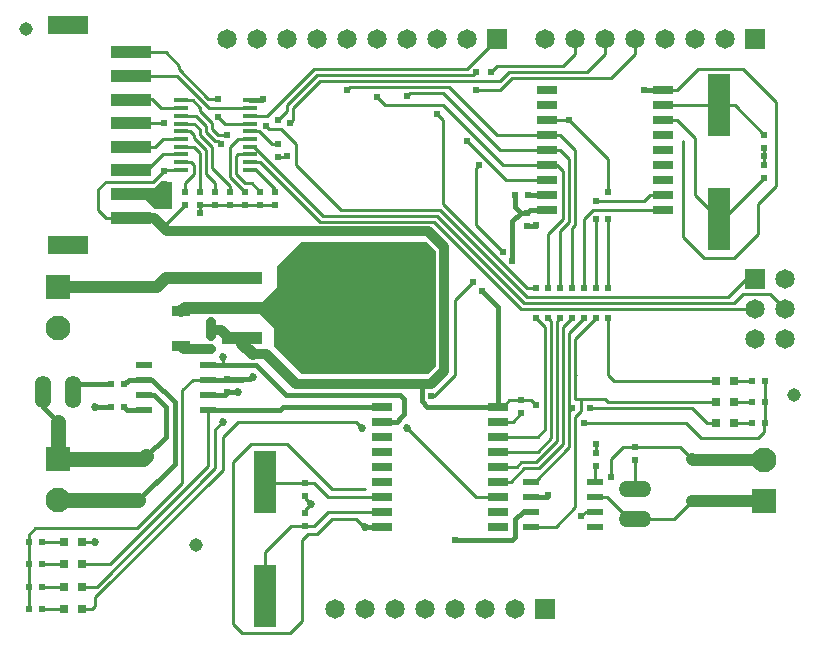
<source format=gbr>
%TF.GenerationSoftware,KiCad,Pcbnew,7.0.7*%
%TF.CreationDate,2023-09-23T12:37:50-04:00*%
%TF.ProjectId,gateway_r0,67617465-7761-4795-9f72-302e6b696361,rev?*%
%TF.SameCoordinates,Original*%
%TF.FileFunction,Copper,L1,Top*%
%TF.FilePolarity,Positive*%
%FSLAX46Y46*%
G04 Gerber Fmt 4.6, Leading zero omitted, Abs format (unit mm)*
G04 Created by KiCad (PCBNEW 7.0.7) date 2023-09-23 12:37:50*
%MOMM*%
%LPD*%
G01*
G04 APERTURE LIST*
G04 Aperture macros list*
%AMRoundRect*
0 Rectangle with rounded corners*
0 $1 Rounding radius*
0 $2 $3 $4 $5 $6 $7 $8 $9 X,Y pos of 4 corners*
0 Add a 4 corners polygon primitive as box body*
4,1,4,$2,$3,$4,$5,$6,$7,$8,$9,$2,$3,0*
0 Add four circle primitives for the rounded corners*
1,1,$1+$1,$2,$3*
1,1,$1+$1,$4,$5*
1,1,$1+$1,$6,$7*
1,1,$1+$1,$8,$9*
0 Add four rect primitives between the rounded corners*
20,1,$1+$1,$2,$3,$4,$5,0*
20,1,$1+$1,$4,$5,$6,$7,0*
20,1,$1+$1,$6,$7,$8,$9,0*
20,1,$1+$1,$8,$9,$2,$3,0*%
G04 Aperture macros list end*
%TA.AperFunction,SMDPad,CuDef*%
%ADD10RoundRect,0.571500X0.000000X0.000000X0.000000X0.000000X0.000000X0.000000X0.000000X0.000000X0*%
%TD*%
%TA.AperFunction,SMDPad,CuDef*%
%ADD11R,0.600000X0.500000*%
%TD*%
%TA.AperFunction,SMDPad,CuDef*%
%ADD12R,0.500000X0.600000*%
%TD*%
%TA.AperFunction,SMDPad,CuDef*%
%ADD13R,0.800000X0.800000*%
%TD*%
%TA.AperFunction,SMDPad,CuDef*%
%ADD14R,1.930400X5.334000*%
%TD*%
%TA.AperFunction,SMDPad,CuDef*%
%ADD15R,1.200000X0.400000*%
%TD*%
%TA.AperFunction,ComponentPad*%
%ADD16O,2.743200X1.371600*%
%TD*%
%TA.AperFunction,SMDPad,CuDef*%
%ADD17R,1.400000X0.600000*%
%TD*%
%TA.AperFunction,SMDPad,CuDef*%
%ADD18R,1.778000X0.762000*%
%TD*%
%TA.AperFunction,ComponentPad*%
%ADD19R,1.651000X1.651000*%
%TD*%
%TA.AperFunction,ComponentPad*%
%ADD20C,1.651000*%
%TD*%
%TA.AperFunction,ComponentPad*%
%ADD21R,2.100000X2.100000*%
%TD*%
%TA.AperFunction,ComponentPad*%
%ADD22C,2.100000*%
%TD*%
%TA.AperFunction,ComponentPad*%
%ADD23O,1.371600X2.743200*%
%TD*%
%TA.AperFunction,SMDPad,CuDef*%
%ADD24R,3.400000X1.500000*%
%TD*%
%TA.AperFunction,SMDPad,CuDef*%
%ADD25R,3.500000X1.000000*%
%TD*%
%TA.AperFunction,SMDPad,CuDef*%
%ADD26R,3.400000X1.000000*%
%TD*%
%TA.AperFunction,SMDPad,CuDef*%
%ADD27R,8.600000X10.700000*%
%TD*%
%TA.AperFunction,SMDPad,CuDef*%
%ADD28R,1.600000X0.900000*%
%TD*%
%TA.AperFunction,ViaPad*%
%ADD29C,0.685800*%
%TD*%
%TA.AperFunction,ViaPad*%
%ADD30C,0.904800*%
%TD*%
%TA.AperFunction,ViaPad*%
%ADD31C,0.609600*%
%TD*%
%TA.AperFunction,Conductor*%
%ADD32C,0.406400*%
%TD*%
%TA.AperFunction,Conductor*%
%ADD33C,0.254000*%
%TD*%
%TA.AperFunction,Conductor*%
%ADD34C,1.016000*%
%TD*%
%TA.AperFunction,Conductor*%
%ADD35C,0.812800*%
%TD*%
%TA.AperFunction,Conductor*%
%ADD36C,0.260000*%
%TD*%
%TA.AperFunction,Conductor*%
%ADD37C,1.270000*%
%TD*%
G04 APERTURE END LIST*
D10*
%TO.P,TP2,T*%
%TO.N,N/C*%
X181082750Y-110902950D03*
%TD*%
D11*
%TO.P,R9,P$1*%
%TO.N,N$23*%
X132060750Y-93715950D03*
%TO.P,R9,P$2*%
%TO.N,GND*%
X132060750Y-94815950D03*
%TD*%
D12*
%TO.P,R7,P$1*%
%TO.N,N$8*%
X117370750Y-129063950D03*
%TO.P,R7,P$2*%
%TO.N,+5V*%
X116270750Y-129063950D03*
%TD*%
D11*
%TO.P,R1,P$1*%
%TO.N,N$10*%
X164318750Y-116913950D03*
%TO.P,R1,P$2*%
%TO.N,GND*%
X164318750Y-115813950D03*
%TD*%
%TO.P,R15,P$1*%
%TO.N,CANL_0*%
X167620750Y-115305950D03*
%TO.P,R15,P$2*%
%TO.N,N$15*%
X167620750Y-116405950D03*
%TD*%
D13*
%TO.P,D2,ANODE*%
%TO.N,N$6*%
X119245750Y-123348950D03*
%TO.P,D2,CATHODE*%
%TO.N,GND*%
X120745750Y-123348950D03*
%TD*%
D14*
%TO.P,X2,1*%
%TO.N,N$7*%
X174732750Y-86391950D03*
%TO.P,X2,2*%
%TO.N,N$3*%
X174732750Y-96043950D03*
%TD*%
D15*
%TO.P,U6,1*%
%TO.N,N$27*%
X134960750Y-91856950D03*
%TO.P,U6,2*%
%TO.N,SCK_A*%
X134960750Y-91206950D03*
%TO.P,U6,3*%
%TO.N,N$25*%
X134960750Y-90556950D03*
%TO.P,U6,4*%
%TO.N,MOSI_A*%
X134960750Y-89906950D03*
%TO.P,U6,5*%
%TO.N,N$26*%
X134960750Y-89256950D03*
%TO.P,U6,6*%
%TO.N,N$19*%
X134960750Y-88606950D03*
%TO.P,U6,7*%
%TO.N,N$22*%
X134960750Y-87956950D03*
%TO.P,U6,8*%
%TO.N,LCD_~{CS}*%
X134960750Y-87306950D03*
%TO.P,U6,9*%
%TO.N,N$21*%
X134960750Y-86656950D03*
%TO.P,U6,10*%
%TO.N,GND*%
X134960750Y-86006950D03*
%TO.P,U6,11*%
%TO.N,164_CS*%
X129160750Y-86006950D03*
%TO.P,U6,12*%
%TO.N,N$20*%
X129160750Y-86656950D03*
%TO.P,U6,13*%
%TO.N,165_~{CS}*%
X129160750Y-87306950D03*
%TO.P,U6,14*%
%TO.N,N$29*%
X129160750Y-87956950D03*
%TO.P,U6,15*%
%TO.N,N$23*%
X129160750Y-88606950D03*
%TO.P,U6,16*%
%TO.N,N$18*%
X129160750Y-89256950D03*
%TO.P,U6,17*%
%TO.N,N$24*%
X129160750Y-89906950D03*
%TO.P,U6,18*%
%TO.N,N$11*%
X129160750Y-90556950D03*
%TO.P,U6,19*%
%TO.N,N$28*%
X129160750Y-91206950D03*
%TO.P,U6,20*%
%TO.N,+5V*%
X129160750Y-91856950D03*
%TD*%
D12*
%TO.P,R13,P$1*%
%TO.N,CANL_1*%
X124355750Y-110013950D03*
%TO.P,R13,P$2*%
%TO.N,N$2*%
X123255750Y-110013950D03*
%TD*%
D13*
%TO.P,D8,ANODE*%
%TO.N,N$14*%
X175990750Y-109759950D03*
%TO.P,D8,CATHODE*%
%TO.N,INT_0*%
X174490750Y-109759950D03*
%TD*%
D16*
%TO.P,JP7,1*%
%TO.N,CANH_0*%
X167620750Y-121443950D03*
%TO.P,JP7,2*%
%TO.N,N$15*%
X167620750Y-118903950D03*
%TD*%
D11*
%TO.P,C5,P$1*%
%TO.N,GND*%
X178542750Y-91429950D03*
%TO.P,C5,P$2*%
%TO.N,N$3*%
X178542750Y-92529950D03*
%TD*%
%TO.P,R19,P$1*%
%TO.N,N$27*%
X137140750Y-93715950D03*
%TO.P,R19,P$2*%
%TO.N,GND*%
X137140750Y-94815950D03*
%TD*%
%TO.P,C1,P$1*%
%TO.N,+5V*%
X131679750Y-104721950D03*
%TO.P,C1,P$2*%
%TO.N,GND*%
X131679750Y-103621950D03*
%TD*%
D17*
%TO.P,U3,1*%
%TO.N,TX_CAN_0*%
X158824750Y-118268950D03*
%TO.P,U3,2*%
%TO.N,GND*%
X158824750Y-119538950D03*
%TO.P,U3,3*%
%TO.N,+5V*%
X158824750Y-120808950D03*
%TO.P,U3,4*%
%TO.N,RX_CAN_0*%
X158824750Y-122078950D03*
%TO.P,U3,5*%
%TO.N,N/C*%
X164224750Y-122078950D03*
%TO.P,U3,6*%
%TO.N,CANL_0*%
X164224750Y-120808950D03*
%TO.P,U3,7*%
%TO.N,CANH_0*%
X164224750Y-119538950D03*
%TO.P,U3,8*%
%TO.N,N$10*%
X164224750Y-118268950D03*
%TD*%
D18*
%TO.P,U5,1*%
%TO.N,TX_CAN_0*%
X169995650Y-95281950D03*
%TO.P,U5,2*%
%TO.N,RX_CAN_0*%
X169995650Y-94011950D03*
%TO.P,U5,3*%
%TO.N,N/C*%
X169995650Y-92741950D03*
%TO.P,U5,4*%
X169995650Y-91471950D03*
%TO.P,U5,5*%
X169995650Y-90201950D03*
%TO.P,U5,6*%
X169995650Y-88931950D03*
%TO.P,U5,7*%
%TO.N,N$3*%
X169995650Y-87661950D03*
%TO.P,U5,8*%
%TO.N,N$7*%
X169995650Y-86391950D03*
%TO.P,U5,9*%
%TO.N,GND*%
X169995650Y-85121950D03*
%TO.P,U5,10*%
%TO.N,N/C*%
X160165850Y-85121950D03*
%TO.P,U5,11*%
X160165850Y-86391950D03*
%TO.P,U5,12*%
%TO.N,INT_0*%
X160165850Y-87661950D03*
%TO.P,U5,13*%
%TO.N,SCK_B*%
X160165850Y-88931950D03*
%TO.P,U5,14*%
%TO.N,MOSI_B*%
X160165850Y-90201950D03*
%TO.P,U5,15*%
%TO.N,MISO_B*%
X160165850Y-91471950D03*
%TO.P,U5,16*%
%TO.N,CS_0*%
X160165850Y-92741950D03*
%TO.P,U5,17*%
%TO.N,RST_N1*%
X160165850Y-94011950D03*
%TO.P,U5,18*%
%TO.N,+5V*%
X160165850Y-95281950D03*
%TD*%
D11*
%TO.P,C9,P$1*%
%TO.N,+5V*%
X127742750Y-91937950D03*
%TO.P,C9,P$2*%
%TO.N,GND*%
X127742750Y-93037950D03*
%TD*%
%TO.P,R22,P$1*%
%TO.N,N$29*%
X133330750Y-93715950D03*
%TO.P,R22,P$2*%
%TO.N,GND*%
X133330750Y-94815950D03*
%TD*%
D12*
%TO.P,R4,P$1*%
%TO.N,N$6*%
X117370750Y-123348950D03*
%TO.P,R4,P$2*%
%TO.N,+5V*%
X116270750Y-123348950D03*
%TD*%
D11*
%TO.P,R2,P$1*%
%TO.N,+5V*%
X157968750Y-111368950D03*
%TO.P,R2,P$2*%
%TO.N,RST_N*%
X157968750Y-112468950D03*
%TD*%
D13*
%TO.P,D3,ANODE*%
%TO.N,N$1*%
X119245750Y-125253950D03*
%TO.P,D3,CATHODE*%
%TO.N,TX_CAN_1*%
X120745750Y-125253950D03*
%TD*%
D19*
%TO.P,JP3,33*%
%TO.N,MISO_A*%
X177780750Y-101123950D03*
D20*
%TO.P,JP3,34*%
%TO.N,SCK_A*%
X177780750Y-103663950D03*
%TO.P,JP3,35*%
%TO.N,N/C*%
X177780750Y-106203950D03*
%TO.P,JP3,36*%
%TO.N,GND*%
X180320750Y-106203950D03*
%TO.P,JP3,37*%
%TO.N,MOSI_A*%
X180320750Y-103663950D03*
%TO.P,JP3,38*%
%TO.N,N/C*%
X180320750Y-101123950D03*
%TD*%
D11*
%TO.P,R21,P$1*%
%TO.N,N$19*%
X137394750Y-89651950D03*
%TO.P,R21,P$2*%
%TO.N,GND*%
X137394750Y-90751950D03*
%TD*%
D12*
%TO.P,R10,P$1*%
%TO.N,N$12*%
X177484750Y-113315950D03*
%TO.P,R10,P$2*%
%TO.N,+5V*%
X178584750Y-113315950D03*
%TD*%
D13*
%TO.P,D6,ANODE*%
%TO.N,N$12*%
X175990750Y-113315950D03*
%TO.P,D6,CATHODE*%
%TO.N,TX_CAN_0*%
X174490750Y-113315950D03*
%TD*%
D11*
%TO.P,C8,P$1*%
%TO.N,GND*%
X178542750Y-89989950D03*
%TO.P,C8,P$2*%
%TO.N,N$7*%
X178542750Y-88889950D03*
%TD*%
%TO.P,R8,P$1*%
%TO.N,+5V*%
X131679750Y-105907950D03*
%TO.P,R8,P$2*%
%TO.N,N$4*%
X131679750Y-107007950D03*
%TD*%
D12*
%TO.P,R14,P$1*%
%TO.N,N$9*%
X124355750Y-111918950D03*
%TO.P,R14,P$2*%
%TO.N,GND*%
X123255750Y-111918950D03*
%TD*%
D11*
%TO.P,C6,P$1*%
%TO.N,+5V*%
X133076750Y-109590950D03*
%TO.P,C6,P$2*%
%TO.N,GND*%
X133076750Y-110690950D03*
%TD*%
D13*
%TO.P,D4,ANODE*%
%TO.N,N$5*%
X119245750Y-127158950D03*
%TO.P,D4,CATHODE*%
%TO.N,RX_CAN_1*%
X120745750Y-127158950D03*
%TD*%
D11*
%TO.P,R17,P$1*%
%TO.N,N$25*%
X135870750Y-93715950D03*
%TO.P,R17,P$2*%
%TO.N,GND*%
X135870750Y-94815950D03*
%TD*%
D19*
%TO.P,JP2,1*%
%TO.N,IO0*%
X177780750Y-80803950D03*
D20*
%TO.P,JP2,2*%
%TO.N,IO1*%
X175240750Y-80803950D03*
%TO.P,JP2,3*%
%TO.N,IO2*%
X172700750Y-80803950D03*
%TO.P,JP2,4*%
%TO.N,IO3*%
X170160750Y-80803950D03*
%TO.P,JP2,5*%
%TO.N,164_CS*%
X167620750Y-80803950D03*
%TO.P,JP2,6*%
%TO.N,165_~{CS}*%
X165080750Y-80803950D03*
%TO.P,JP2,7*%
%TO.N,INT_1*%
X162540750Y-80803950D03*
%TO.P,JP2,8*%
%TO.N,INT_0*%
X160000750Y-80803950D03*
%TD*%
D12*
%TO.P,R6,P$1*%
%TO.N,N$5*%
X117370750Y-127158950D03*
%TO.P,R6,P$2*%
%TO.N,+5V*%
X116270750Y-127158950D03*
%TD*%
D20*
%TO.P,JP5,19*%
%TO.N,ADC6*%
X142220750Y-129063950D03*
%TO.P,JP5,20*%
%TO.N,ADC7*%
X144760750Y-129063950D03*
%TO.P,JP5,21*%
%TO.N,RST*%
X147300750Y-129063950D03*
%TO.P,JP5,22*%
%TO.N,+3V3*%
X149840750Y-129063950D03*
%TO.P,JP5,23*%
%TO.N,+5V*%
X152380750Y-129063950D03*
%TO.P,JP5,24*%
%TO.N,GND*%
X154920750Y-129063950D03*
%TO.P,JP5,25*%
X157460750Y-129063950D03*
D19*
%TO.P,JP5,26*%
%TO.N,VIN*%
X160000750Y-129063950D03*
%TD*%
D11*
%TO.P,C7,P$1*%
%TO.N,GND*%
X139680750Y-119453950D03*
%TO.P,C7,P$2*%
%TO.N,N$16*%
X139680750Y-118353950D03*
%TD*%
D21*
%TO.P,CON2,P$1*%
%TO.N,CANH_1*%
X118725750Y-116363950D03*
D22*
%TO.P,CON2,P$2*%
%TO.N,CANL_1*%
X118725750Y-119863950D03*
%TD*%
D12*
%TO.P,R11,P$1*%
%TO.N,N$13*%
X177484750Y-111537950D03*
%TO.P,R11,P$2*%
%TO.N,+5V*%
X178584750Y-111537950D03*
%TD*%
D11*
%TO.P,R20,P$1*%
%TO.N,+5V*%
X129520750Y-94815950D03*
%TO.P,R20,P$2*%
%TO.N,N$28*%
X129520750Y-93715950D03*
%TD*%
D10*
%TO.P,TP1,T*%
%TO.N,N/C*%
X130409750Y-123602950D03*
%TD*%
D13*
%TO.P,D7,ANODE*%
%TO.N,N$13*%
X175990750Y-111537950D03*
%TO.P,D7,CATHODE*%
%TO.N,RX_CAN_0*%
X174490750Y-111537950D03*
%TD*%
D23*
%TO.P,JP6,1*%
%TO.N,CANH_1*%
X117455750Y-110648950D03*
%TO.P,JP6,2*%
%TO.N,N$2*%
X119995750Y-110648950D03*
%TD*%
D11*
%TO.P,R16,P$1*%
%TO.N,N$24*%
X130790750Y-93715950D03*
%TO.P,R16,P$2*%
%TO.N,GND*%
X130790750Y-94815950D03*
%TD*%
D24*
%TO.P,CON4,MT1*%
%TO.N,N/C*%
X119598750Y-98281950D03*
%TO.P,CON4,MT2*%
X119598750Y-79581950D03*
D25*
%TO.P,CON4,P$1*%
%TO.N,+5V*%
X124948750Y-95931950D03*
%TO.P,CON4,P$2*%
%TO.N,GND*%
X124948750Y-93931950D03*
%TO.P,CON4,P$3*%
%TO.N,N$11*%
X124948750Y-91931950D03*
%TO.P,CON4,P$4*%
%TO.N,N$18*%
X124948750Y-89931950D03*
%TO.P,CON4,P$5*%
%TO.N,MISO_A*%
X124948750Y-87931950D03*
%TO.P,CON4,P$6*%
%TO.N,N$20*%
X124948750Y-85931950D03*
%TO.P,CON4,P$7*%
%TO.N,N$21*%
X124948750Y-83931950D03*
%TO.P,CON4,P$8*%
%TO.N,N$22*%
X124948750Y-81931950D03*
%TD*%
D11*
%TO.P,C4,P$1*%
%TO.N,GND*%
X139680750Y-120893950D03*
%TO.P,C4,P$2*%
%TO.N,N$17*%
X139680750Y-121993950D03*
%TD*%
D21*
%TO.P,CON3,P$1*%
%TO.N,CANH_0*%
X178542750Y-119919950D03*
D22*
%TO.P,CON3,P$2*%
%TO.N,CANL_0*%
X178542750Y-116419950D03*
%TD*%
D17*
%TO.P,U1,1*%
%TO.N,TX_CAN_1*%
X131458750Y-112172950D03*
%TO.P,U1,2*%
%TO.N,GND*%
X131458750Y-110902950D03*
%TO.P,U1,3*%
%TO.N,+5V*%
X131458750Y-109632950D03*
%TO.P,U1,4*%
%TO.N,RX_CAN_1*%
X131458750Y-108362950D03*
%TO.P,U1,5*%
%TO.N,N/C*%
X126058750Y-108362950D03*
%TO.P,U1,6*%
%TO.N,CANL_1*%
X126058750Y-109632950D03*
%TO.P,U1,7*%
%TO.N,CANH_1*%
X126058750Y-110902950D03*
%TO.P,U1,8*%
%TO.N,N$9*%
X126058750Y-112172950D03*
%TD*%
D10*
%TO.P,TP3,T*%
%TO.N,N/C*%
X116058750Y-79914950D03*
%TD*%
D11*
%TO.P,R18,P$1*%
%TO.N,N$26*%
X134600750Y-93715950D03*
%TO.P,R18,P$2*%
%TO.N,GND*%
X134600750Y-94815950D03*
%TD*%
D21*
%TO.P,CON1,P$1*%
%TO.N,V+*%
X118725750Y-101758950D03*
D22*
%TO.P,CON1,P$2*%
%TO.N,GND*%
X118725750Y-105258950D03*
%TD*%
D14*
%TO.P,X1,1*%
%TO.N,N$17*%
X136251750Y-127920950D03*
%TO.P,X1,2*%
%TO.N,N$16*%
X136251750Y-118268950D03*
%TD*%
D19*
%TO.P,JP1,9*%
%TO.N,LCD_~{CS}*%
X155936750Y-80803950D03*
D20*
%TO.P,JP1,10*%
%TO.N,CS_0*%
X153396750Y-80803950D03*
%TO.P,JP1,11*%
%TO.N,CS_1*%
X150856750Y-80803950D03*
%TO.P,JP1,12*%
%TO.N,MOSI_B*%
X148316750Y-80803950D03*
%TO.P,JP1,13*%
%TO.N,MISO_B*%
X145776750Y-80803950D03*
%TO.P,JP1,14*%
%TO.N,SCK_B*%
X143236750Y-80803950D03*
%TO.P,JP1,15*%
%TO.N,GND*%
X140696750Y-80803950D03*
%TO.P,JP1,16*%
%TO.N,REF*%
X138156750Y-80803950D03*
%TO.P,JP1,17*%
%TO.N,N/C*%
X135616750Y-80803950D03*
%TO.P,JP1,18*%
X133076750Y-80803950D03*
%TD*%
D13*
%TO.P,D5,ANODE*%
%TO.N,N$8*%
X119245750Y-129063950D03*
%TO.P,D5,CATHODE*%
%TO.N,INT_1*%
X120745750Y-129063950D03*
%TD*%
D12*
%TO.P,R12,P$1*%
%TO.N,N$14*%
X177484750Y-109759950D03*
%TO.P,R12,P$2*%
%TO.N,+5V*%
X178584750Y-109759950D03*
%TD*%
%TO.P,R5,P$1*%
%TO.N,N$1*%
X117370750Y-125253950D03*
%TO.P,R5,P$2*%
%TO.N,+5V*%
X116270750Y-125253950D03*
%TD*%
D26*
%TO.P,U4,P$1*%
%TO.N,V+*%
X134346750Y-100996950D03*
%TO.P,U4,P$2*%
%TO.N,GND*%
X134346750Y-103536950D03*
%TO.P,U4,P$3*%
%TO.N,+5V*%
X134346750Y-106076950D03*
D27*
%TO.P,U4,P$4*%
%TO.N,GND*%
X144946750Y-103536950D03*
%TD*%
D11*
%TO.P,C2,P$1*%
%TO.N,+5V*%
X158476750Y-95493950D03*
%TO.P,C2,P$2*%
%TO.N,GND*%
X158476750Y-96593950D03*
%TD*%
D18*
%TO.P,U2,1*%
%TO.N,TX_CAN_1*%
X146195850Y-111918950D03*
%TO.P,U2,2*%
%TO.N,RX_CAN_1*%
X146195850Y-113188950D03*
%TO.P,U2,3*%
%TO.N,N/C*%
X146195850Y-114458950D03*
%TO.P,U2,4*%
X146195850Y-115728950D03*
%TO.P,U2,5*%
X146195850Y-116998950D03*
%TO.P,U2,6*%
X146195850Y-118268950D03*
%TO.P,U2,7*%
%TO.N,N$16*%
X146195850Y-119538950D03*
%TO.P,U2,8*%
%TO.N,N$17*%
X146195850Y-120808950D03*
%TO.P,U2,9*%
%TO.N,GND*%
X146195850Y-122078950D03*
%TO.P,U2,10*%
%TO.N,N/C*%
X156025650Y-122078950D03*
%TO.P,U2,11*%
X156025650Y-120808950D03*
%TO.P,U2,12*%
%TO.N,INT_1*%
X156025650Y-119538950D03*
%TO.P,U2,13*%
%TO.N,SCK_B*%
X156025650Y-118268950D03*
%TO.P,U2,14*%
%TO.N,MOSI_B*%
X156025650Y-116998950D03*
%TO.P,U2,15*%
%TO.N,MISO_B*%
X156025650Y-115728950D03*
%TO.P,U2,16*%
%TO.N,CS_1*%
X156025650Y-114458950D03*
%TO.P,U2,17*%
%TO.N,RST_N*%
X156025650Y-113188950D03*
%TO.P,U2,18*%
%TO.N,+5V*%
X156025650Y-111918950D03*
%TD*%
D12*
%TO.P,R3,P$1*%
%TO.N,+5V*%
X157418750Y-94011950D03*
%TO.P,R3,P$2*%
%TO.N,RST_N1*%
X158518750Y-94011950D03*
%TD*%
D28*
%TO.P,C3,P$1*%
%TO.N,N$4*%
X129139750Y-106764950D03*
%TO.P,C3,P$2*%
%TO.N,GND*%
X129139750Y-103864950D03*
%TD*%
D29*
%TO.N,GND*%
X133965750Y-110648950D03*
D30*
X150094750Y-100615950D03*
D31*
X127996750Y-94011950D03*
D30*
X150094750Y-104425950D03*
X139934750Y-98710950D03*
D31*
X138156750Y-90709950D03*
D29*
X121900750Y-111918950D03*
X121900750Y-123348950D03*
D30*
X139934750Y-103790950D03*
D31*
X164318750Y-115093950D03*
D30*
X150094750Y-103155950D03*
X139934750Y-101250950D03*
D31*
X127234750Y-94011950D03*
D29*
X144760750Y-122078950D03*
D30*
X139934750Y-102520950D03*
X150094750Y-99345950D03*
D31*
X160254750Y-119411950D03*
D30*
X150094750Y-105695950D03*
D31*
X159238750Y-96551950D03*
X136124750Y-85883950D03*
D30*
X139934750Y-106330950D03*
D31*
X127996750Y-94773950D03*
X168382750Y-85121950D03*
D29*
X140188750Y-120173950D03*
D31*
X178542750Y-90709950D03*
D30*
X139934750Y-99980950D03*
D31*
X130790750Y-95535950D03*
D30*
X139934750Y-107600950D03*
X139934750Y-105060950D03*
X150094750Y-106965950D03*
D31*
X127234750Y-94773950D03*
D30*
X150094750Y-101885950D03*
X150094750Y-108235950D03*
D31*
%TO.N,MISO_A*%
X127742750Y-87915950D03*
X136378750Y-88169950D03*
%TO.N,MISO_B*%
X160254750Y-104425950D03*
X145776750Y-85706150D03*
X160254750Y-101885950D03*
%TO.N,MOSI_B*%
X161270750Y-101885950D03*
X148316750Y-85629950D03*
X161270750Y-104425950D03*
%TO.N,SCK_B*%
X162286750Y-101885950D03*
X143236750Y-85121950D03*
X162286750Y-104425950D03*
%TO.N,+5V*%
X157206750Y-99599950D03*
X154666750Y-102139950D03*
X163302750Y-113315950D03*
D29*
X135235750Y-109378950D03*
X135235750Y-107473950D03*
D31*
X159238750Y-111791950D03*
X152380750Y-123221950D03*
%TO.N,CANL_0*%
X165588750Y-117887950D03*
X163048750Y-121189950D03*
%TO.N,TX_CAN_0*%
X163810750Y-112045950D03*
X163302750Y-101885950D03*
X163302750Y-104425950D03*
X162286750Y-112045950D03*
%TO.N,RX_CAN_0*%
X164318750Y-96043950D03*
X164318750Y-101885950D03*
X164318750Y-104425950D03*
X164318750Y-94519950D03*
D29*
%TO.N,RX_CAN_1*%
X132695750Y-113188950D03*
X132695750Y-107727950D03*
D31*
%TO.N,INT_0*%
X165334750Y-104425950D03*
X165334750Y-101885950D03*
X162032750Y-87661950D03*
X165334750Y-96043950D03*
X165334750Y-93757950D03*
%TO.N,INT_1*%
X156444750Y-98837950D03*
D29*
X144506750Y-113696950D03*
D31*
X150348750Y-111029950D03*
X153904750Y-101377950D03*
X155428750Y-83597950D03*
D29*
X148316750Y-113696950D03*
D31*
X154412750Y-91471950D03*
%TO.N,165_~{CS}*%
X138410750Y-87915950D03*
X132568750Y-89693950D03*
%TO.N,164_CS*%
X154158750Y-83597950D03*
X133076750Y-88931950D03*
X137394750Y-87661950D03*
X154158750Y-85121950D03*
%TO.N,N$22*%
X132314750Y-85883950D03*
X132314750Y-87407950D03*
%TO.N,CS_0*%
X153396750Y-89439950D03*
%TO.N,CS_1*%
X159238750Y-101885950D03*
X150856750Y-87153950D03*
X159238750Y-104425950D03*
%TD*%
D32*
%TO.N,GND*%
X159196750Y-96593950D02*
X159238750Y-96551950D01*
D33*
X132060750Y-94815950D02*
X134600750Y-94815950D01*
X176764750Y-83343950D02*
X179558750Y-86137950D01*
X178542750Y-90709950D02*
X178542750Y-89989950D01*
X139680750Y-120681950D02*
X140188750Y-120173950D01*
D32*
X158824750Y-119538950D02*
X160127750Y-119538950D01*
D33*
X134600750Y-94815950D02*
X135870750Y-94815950D01*
X135108750Y-115093950D02*
X138156750Y-115093950D01*
D32*
X131458750Y-110902950D02*
X132864750Y-110902950D01*
D33*
X178034750Y-94773950D02*
X178034750Y-97313950D01*
X173462750Y-99345950D02*
X171684750Y-97567950D01*
X169995650Y-85121950D02*
X171176750Y-85121950D01*
X131679750Y-103621950D02*
X131637750Y-103621950D01*
X138114750Y-90751950D02*
X138156750Y-90709950D01*
X172954750Y-83343950D02*
X176764750Y-83343950D01*
D32*
X123255750Y-111918950D02*
X121900750Y-111918950D01*
D33*
X139680750Y-119453950D02*
X139680750Y-119665950D01*
X178034750Y-97313950D02*
X176002750Y-99345950D01*
D34*
X129467750Y-103536950D02*
X129139750Y-103864950D01*
D33*
X144760750Y-122078950D02*
X144633750Y-122078950D01*
X139426750Y-123221950D02*
X139426750Y-130079950D01*
X171176750Y-85121950D02*
X172954750Y-83343950D01*
X164318750Y-115813950D02*
X164318750Y-115093950D01*
X133584750Y-116617950D02*
X135108750Y-115093950D01*
X139680750Y-120893950D02*
X139680750Y-120681950D01*
D32*
X158476750Y-96593950D02*
X159196750Y-96593950D01*
D33*
X171684750Y-97567950D02*
X171684750Y-89439950D01*
X141966750Y-121443950D02*
X140696750Y-122713950D01*
X139426750Y-130079950D02*
X138410750Y-131095950D01*
D32*
X146195850Y-122078950D02*
X144760750Y-122078950D01*
X133076750Y-110690950D02*
X133923750Y-110690950D01*
D33*
X134346750Y-131095950D02*
X133584750Y-130333950D01*
D32*
X160127750Y-119538950D02*
X160254750Y-119411950D01*
D33*
X178542750Y-91429950D02*
X178542750Y-90709950D01*
X137394750Y-90751950D02*
X138114750Y-90751950D01*
D34*
X131552750Y-103536950D02*
X129467750Y-103536950D01*
D33*
X120745750Y-123348950D02*
X121900750Y-123348950D01*
X139680750Y-119665950D02*
X140188750Y-120173950D01*
X132060750Y-94815950D02*
X130790750Y-94815950D01*
X130790750Y-94815950D02*
X130790750Y-95535950D01*
D34*
X131552750Y-103536950D02*
X134346750Y-103536950D01*
D33*
X138156750Y-115093950D02*
X141966750Y-118903950D01*
X179558750Y-86137950D02*
X179558750Y-93249950D01*
D32*
X168382750Y-85121950D02*
X169995650Y-85121950D01*
D33*
X139934750Y-122713950D02*
X139426750Y-123221950D01*
X131637750Y-103621950D02*
X131552750Y-103536950D01*
X144633750Y-122078950D02*
X143998750Y-121443950D01*
X138410750Y-131095950D02*
X134346750Y-131095950D01*
X141966750Y-118903950D02*
X144760750Y-118903950D01*
X133584750Y-130333950D02*
X133584750Y-116617950D01*
D32*
X132864750Y-110902950D02*
X133076750Y-110690950D01*
D33*
X135870750Y-94815950D02*
X137140750Y-94815950D01*
X179558750Y-93249950D02*
X178034750Y-94773950D01*
X143998750Y-121443950D02*
X141966750Y-121443950D01*
X133923750Y-110690950D02*
X133965750Y-110648950D01*
D32*
X134960750Y-86006950D02*
X136001750Y-86006950D01*
X136001750Y-86006950D02*
X136124750Y-85883950D01*
D33*
X176002750Y-99345950D02*
X173462750Y-99345950D01*
X140696750Y-122713950D02*
X139934750Y-122713950D01*
%TO.N,N$16*%
X139680750Y-118353950D02*
X136336750Y-118353950D01*
X141585750Y-119538950D02*
X140400750Y-118353950D01*
X136336750Y-118353950D02*
X136251750Y-118268950D01*
X139680750Y-118353950D02*
X140400750Y-118353950D01*
X146195850Y-119538950D02*
X141585750Y-119538950D01*
%TO.N,N$17*%
X146195850Y-120808950D02*
X141585750Y-120808950D01*
X139680750Y-121993950D02*
X140400750Y-121993950D01*
X139680750Y-121993950D02*
X138495750Y-121993950D01*
X136251750Y-124237950D02*
X138495750Y-121993950D01*
X136251750Y-127920950D02*
X136251750Y-124237950D01*
X141585750Y-120808950D02*
X140400750Y-121993950D01*
%TO.N,RST_N*%
X156025650Y-113188950D02*
X157248750Y-113188950D01*
X157248750Y-113188950D02*
X157968750Y-112468950D01*
D34*
%TO.N,V+*%
X127869750Y-100996950D02*
X127107750Y-101758950D01*
X127107750Y-101758950D02*
X118725750Y-101758950D01*
X134346750Y-100996950D02*
X127869750Y-100996950D01*
D33*
%TO.N,MISO_A*%
X138918750Y-89693950D02*
X137648750Y-88423950D01*
X136632750Y-88423950D02*
X136378750Y-88169950D01*
X124964750Y-87915950D02*
X124948750Y-87931950D01*
X177780750Y-101123950D02*
X177018750Y-101123950D01*
X137648750Y-88423950D02*
X136632750Y-88423950D01*
X138918750Y-91471950D02*
X138918750Y-89693950D01*
X175494750Y-102647950D02*
X158476750Y-102647950D01*
X142728750Y-95281950D02*
X138918750Y-91471950D01*
X177018750Y-101123950D02*
X175494750Y-102647950D01*
X151110750Y-95281950D02*
X142728750Y-95281950D01*
X158476750Y-102647950D02*
X151110750Y-95281950D01*
X127742750Y-87915950D02*
X124964750Y-87915950D01*
%TO.N,MISO_B*%
X160254750Y-97313950D02*
X161524750Y-96043950D01*
X160508750Y-114585950D02*
X160508750Y-104679950D01*
X159365750Y-115728950D02*
X160508750Y-114585950D01*
X156025650Y-115728950D02*
X159365750Y-115728950D01*
X161016750Y-91471950D02*
X160165850Y-91471950D01*
X161016750Y-91471950D02*
X161524750Y-91979950D01*
X160165850Y-91471950D02*
X156444750Y-91471950D01*
X161524750Y-91979950D02*
X161524750Y-96043950D01*
X151364750Y-86391950D02*
X146462550Y-86391950D01*
X146462550Y-86391950D02*
X145776750Y-85706150D01*
X160254750Y-101885950D02*
X160254750Y-97313950D01*
X156444750Y-91471950D02*
X151364750Y-86391950D01*
X160508750Y-104679950D02*
X160254750Y-104425950D01*
%TO.N,MOSI_A*%
X180320750Y-103663950D02*
X179050750Y-102393950D01*
X158222750Y-103155950D02*
X150856750Y-95789950D01*
X135321750Y-89906950D02*
X141204750Y-95789950D01*
X134960750Y-89906950D02*
X135321750Y-89906950D01*
X150856750Y-95789950D02*
X141204750Y-95789950D01*
X179050750Y-102393950D02*
X176764750Y-102393950D01*
X176764750Y-102393950D02*
X176002750Y-103155950D01*
X176002750Y-103155950D02*
X158222750Y-103155950D01*
%TO.N,MOSI_B*%
X161016750Y-104679950D02*
X161270750Y-104425950D01*
X160165850Y-90201950D02*
X156190750Y-90201950D01*
X157968750Y-116617950D02*
X159238750Y-116617950D01*
X162032750Y-90963950D02*
X161270750Y-90201950D01*
X161016750Y-114839950D02*
X161016750Y-104679950D01*
X148570750Y-85375950D02*
X148316750Y-85629950D01*
X162032750Y-96297950D02*
X162032750Y-90963950D01*
X159238750Y-116617950D02*
X161016750Y-114839950D01*
X160165850Y-90201950D02*
X160165850Y-90113050D01*
X151364750Y-85375950D02*
X148570750Y-85375950D01*
X157587750Y-116998950D02*
X157968750Y-116617950D01*
X161270750Y-90201950D02*
X160165850Y-90201950D01*
X156025650Y-116998950D02*
X157587750Y-116998950D01*
X161270750Y-101885950D02*
X161270750Y-97059950D01*
X156190750Y-90201950D02*
X151364750Y-85375950D01*
X161270750Y-97059950D02*
X162032750Y-96297950D01*
X160165850Y-90113050D02*
X160000750Y-89947950D01*
%TO.N,SCK_A*%
X150602750Y-96297950D02*
X140950750Y-96297950D01*
X134960750Y-91206950D02*
X135859750Y-91206950D01*
X135859750Y-91206950D02*
X140950750Y-96297950D01*
X177780750Y-103663950D02*
X157968750Y-103663950D01*
X157968750Y-103663950D02*
X150602750Y-96297950D01*
%TO.N,SCK_B*%
X161524750Y-105187950D02*
X162286750Y-104425950D01*
X143490750Y-84867950D02*
X143236750Y-85121950D01*
X161524750Y-115093950D02*
X161524750Y-105187950D01*
X162286750Y-96805950D02*
X162540750Y-96551950D01*
X159492750Y-117125950D02*
X161524750Y-115093950D01*
X157079750Y-118268950D02*
X158222750Y-117125950D01*
X151872750Y-84867950D02*
X143490750Y-84867950D01*
X160165850Y-88931950D02*
X155936750Y-88931950D01*
X161270750Y-88931950D02*
X160165850Y-88931950D01*
X162286750Y-101885950D02*
X162286750Y-96805950D01*
X156025650Y-118268950D02*
X157079750Y-118268950D01*
X162540750Y-96551950D02*
X162540750Y-90201950D01*
X155936750Y-88931950D02*
X151872750Y-84867950D01*
X158222750Y-117125950D02*
X159492750Y-117125950D01*
X162540750Y-90201950D02*
X161270750Y-88931950D01*
D32*
%TO.N,+5V*%
X149967750Y-111918950D02*
X149523250Y-111474450D01*
X133076750Y-109590950D02*
X135023750Y-109590950D01*
X156025650Y-103498850D02*
X154666750Y-102139950D01*
D35*
X149332750Y-110013950D02*
X138918750Y-110013950D01*
X135235750Y-107473950D02*
X136378750Y-107473950D01*
D32*
X156025650Y-111918950D02*
X156025650Y-103498850D01*
D35*
X133203750Y-106076950D02*
X132568750Y-105441950D01*
X136378750Y-107473950D02*
X138918750Y-110013950D01*
D34*
X134346750Y-106584950D02*
X135235750Y-107473950D01*
D33*
X158815750Y-111368950D02*
X159238750Y-111791950D01*
D32*
X157206750Y-99599950D02*
X157206750Y-96213950D01*
D33*
X129266750Y-118395950D02*
X129266750Y-110521950D01*
D35*
X124948750Y-95931950D02*
X126868750Y-95931950D01*
D32*
X158688750Y-95281950D02*
X158476750Y-95493950D01*
X135023750Y-109590950D02*
X135235750Y-109378950D01*
D33*
X163302750Y-113315950D02*
X171938750Y-113315950D01*
X122154750Y-95281950D02*
X122154750Y-93503950D01*
X178542750Y-113357950D02*
X178584750Y-113315950D01*
D32*
X157206750Y-123221950D02*
X152380750Y-123221950D01*
X131458750Y-109632950D02*
X134304750Y-109632950D01*
D33*
X122789750Y-92868950D02*
X126811750Y-92868950D01*
D35*
X131679750Y-104721950D02*
X131679750Y-105907950D01*
D36*
X156966700Y-111368950D02*
X157968750Y-111368950D01*
D33*
X178034750Y-114585950D02*
X178542750Y-114077950D01*
X127742750Y-91937950D02*
X126811750Y-92868950D01*
X127823750Y-91856950D02*
X127742750Y-91937950D01*
X129520750Y-94815950D02*
X129478750Y-94815950D01*
X116270750Y-127158950D02*
X116270750Y-125253950D01*
X116270750Y-125253950D02*
X116270750Y-123348950D01*
X131679750Y-105907950D02*
X131679750Y-105568950D01*
X125090750Y-95789950D02*
X124948750Y-95931950D01*
D32*
X157926750Y-95493950D02*
X157418750Y-94985950D01*
D33*
X116270750Y-129063950D02*
X116270750Y-127158950D01*
X178584750Y-109759950D02*
X178584750Y-111537950D01*
X131679750Y-105568950D02*
X131806750Y-105441950D01*
X122804750Y-95931950D02*
X124948750Y-95931950D01*
D32*
X149523250Y-111474450D02*
X149523250Y-110204450D01*
D33*
X116820750Y-122205950D02*
X125456750Y-122205950D01*
D32*
X158824750Y-120808950D02*
X158095750Y-120808950D01*
D33*
X129478750Y-94815950D02*
X127615750Y-96678950D01*
D32*
X134304750Y-109632950D02*
X133076750Y-109590950D01*
D35*
X134346750Y-106076950D02*
X133203750Y-106076950D01*
D32*
X157418750Y-94985950D02*
X157418750Y-94011950D01*
D36*
X156025650Y-111918950D02*
X156416700Y-111918950D01*
D33*
X129266750Y-110521950D02*
X130155750Y-109632950D01*
D35*
X131806750Y-105441950D02*
X132568750Y-105441950D01*
D33*
X178584750Y-113315950D02*
X178584750Y-111537950D01*
D32*
X157460750Y-122967950D02*
X157206750Y-123221950D01*
X149967750Y-111918950D02*
X156025650Y-111918950D01*
D35*
X127996750Y-97059950D02*
X150094750Y-97059950D01*
X127615750Y-96678950D02*
X126868750Y-95931950D01*
D33*
X122154750Y-93503950D02*
X122789750Y-92868950D01*
D32*
X160165850Y-95281950D02*
X158688750Y-95281950D01*
D33*
X125456750Y-122205950D02*
X129266750Y-118395950D01*
D34*
X134346750Y-106584950D02*
X134346750Y-106076950D01*
D33*
X116270750Y-122755950D02*
X116820750Y-122205950D01*
D32*
X158095750Y-120808950D02*
X157460750Y-121443950D01*
X157206750Y-96213950D02*
X157926750Y-95493950D01*
D35*
X127615750Y-96678950D02*
X127996750Y-97059950D01*
D33*
X130155750Y-109632950D02*
X131458750Y-109632950D01*
D35*
X150348750Y-110013950D02*
X151440950Y-108921750D01*
D33*
X116270750Y-123348950D02*
X116270750Y-122755950D01*
D32*
X157460750Y-121443950D02*
X157460750Y-122967950D01*
D33*
X171938750Y-113315950D02*
X173208750Y-114585950D01*
X157968750Y-111368950D02*
X158815750Y-111368950D01*
X122804750Y-95931950D02*
X122154750Y-95281950D01*
D35*
X151440950Y-108921750D02*
X151440950Y-98406150D01*
D33*
X178542750Y-114077950D02*
X178542750Y-113357950D01*
X129160750Y-91856950D02*
X127823750Y-91856950D01*
X173208750Y-114585950D02*
X178034750Y-114585950D01*
D32*
X149523250Y-110204450D02*
X149332750Y-110013950D01*
D36*
X156416700Y-111918950D02*
X156966700Y-111368950D01*
D35*
X151440950Y-98406150D02*
X150094750Y-97059950D01*
D32*
X157926750Y-95493950D02*
X158476750Y-95493950D01*
D35*
X149332750Y-110013950D02*
X150348750Y-110013950D01*
%TO.N,N$4*%
X131679750Y-107007950D02*
X129382750Y-107007950D01*
X129382750Y-107007950D02*
X129139750Y-106764950D01*
D33*
%TO.N,N$6*%
X117370750Y-123348950D02*
X119245750Y-123348950D01*
%TO.N,N$1*%
X117370750Y-125253950D02*
X119245750Y-125253950D01*
%TO.N,N$5*%
X117370750Y-127158950D02*
X119245750Y-127158950D01*
%TO.N,N$8*%
X117370750Y-129063950D02*
X119245750Y-129063950D01*
D32*
%TO.N,N$2*%
X120630750Y-110013950D02*
X119995750Y-110648950D01*
X123255750Y-110013950D02*
X120630750Y-110013950D01*
%TO.N,N$9*%
X124609750Y-112172950D02*
X124355750Y-111918950D01*
X126058750Y-112172950D02*
X124609750Y-112172950D01*
D33*
%TO.N,N$3*%
X171176750Y-87661950D02*
X172700750Y-89185950D01*
X169995650Y-87661950D02*
X171176750Y-87661950D01*
X174732750Y-96043950D02*
X175028750Y-96043950D01*
X172700750Y-94011950D02*
X174732750Y-96043950D01*
X172700750Y-89185950D02*
X172700750Y-94011950D01*
X175028750Y-96043950D02*
X178542750Y-92529950D01*
%TO.N,N$7*%
X174732750Y-86391950D02*
X176044750Y-86391950D01*
X176044750Y-86391950D02*
X178542750Y-88889950D01*
X169995650Y-86391950D02*
X174732750Y-86391950D01*
D32*
%TO.N,RST_N1*%
X160165850Y-94011950D02*
X158518750Y-94011950D01*
D33*
%TO.N,N$10*%
X164224750Y-118268950D02*
X164224750Y-117007950D01*
X164224750Y-117007950D02*
X164318750Y-116913950D01*
%TO.N,N$12*%
X175990750Y-113315950D02*
X177484750Y-113315950D01*
%TO.N,N$13*%
X175990750Y-111537950D02*
X177484750Y-111537950D01*
%TO.N,N$14*%
X175990750Y-109759950D02*
X177484750Y-109759950D01*
%TO.N,N$15*%
X167620750Y-116405950D02*
X167620750Y-118903950D01*
%TO.N,CANH_0*%
X166858750Y-121189950D02*
X167366750Y-121189950D01*
X164224750Y-119538950D02*
X165207750Y-119538950D01*
X167620750Y-121443950D02*
X170922750Y-121443950D01*
X170922750Y-121443950D02*
X172446750Y-119919950D01*
X167366750Y-121189950D02*
X167620750Y-121443950D01*
D34*
X172446750Y-119919950D02*
X178542750Y-119919950D01*
D33*
X165207750Y-119538950D02*
X166858750Y-121189950D01*
%TO.N,CANL_0*%
X164224750Y-120808950D02*
X163429750Y-120808950D01*
X172446750Y-116363950D02*
X171388750Y-115305950D01*
X166604750Y-115347950D02*
X167578750Y-115347950D01*
X165588750Y-116363950D02*
X166604750Y-115347950D01*
X167578750Y-115347950D02*
X167620750Y-115305950D01*
X165588750Y-117887950D02*
X165588750Y-116363950D01*
X163429750Y-120808950D02*
X163048750Y-121189950D01*
X167620750Y-115305950D02*
X171388750Y-115305950D01*
D34*
X178542750Y-116419950D02*
X172502750Y-116419950D01*
X172502750Y-116419950D02*
X172446750Y-116363950D01*
D33*
%TO.N,TX_CAN_0*%
X172446750Y-112045950D02*
X163810750Y-112045950D01*
X164064750Y-95281950D02*
X169995650Y-95281950D01*
X169995650Y-95281950D02*
X169906750Y-95281950D01*
X162032750Y-115347950D02*
X162032750Y-112299950D01*
X173716750Y-113315950D02*
X172446750Y-112045950D01*
X174490750Y-113315950D02*
X173716750Y-113315950D01*
X163302750Y-96043950D02*
X164064750Y-95281950D01*
X163302750Y-101885950D02*
X163302750Y-96043950D01*
X162032750Y-105695950D02*
X163302750Y-104425950D01*
X159111750Y-118268950D02*
X162032750Y-115347950D01*
X162032750Y-112299950D02*
X162032750Y-105695950D01*
X162032750Y-112299950D02*
X162286750Y-112045950D01*
X158824750Y-118268950D02*
X159111750Y-118268950D01*
%TO.N,RX_CAN_0*%
X162540750Y-112807950D02*
X163048750Y-112299950D01*
X162540750Y-109239250D02*
X162560000Y-109220000D01*
X160889750Y-122078950D02*
X162540750Y-120427950D01*
X164318750Y-94519950D02*
X168382750Y-94519950D01*
X163048750Y-111283950D02*
X162540750Y-111283950D01*
X158824750Y-122078950D02*
X160889750Y-122078950D01*
X162540750Y-120427950D02*
X162540750Y-112807950D01*
X174490750Y-111537950D02*
X165334750Y-111537950D01*
X163048750Y-112299950D02*
X163048750Y-111283950D01*
X164318750Y-101885950D02*
X164318750Y-96043950D01*
X165334750Y-111537950D02*
X165080750Y-111283950D01*
X162540750Y-111283950D02*
X162540750Y-106203950D01*
X168382750Y-94519950D02*
X168890750Y-94011950D01*
X162540750Y-106203950D02*
X164318750Y-104425950D01*
X169995650Y-94011950D02*
X168890750Y-94011950D01*
X162540750Y-111283950D02*
X162540750Y-109239250D01*
X165080750Y-111283950D02*
X162540750Y-111283950D01*
D32*
%TO.N,TX_CAN_1*%
X131458750Y-112172950D02*
X137521750Y-112172950D01*
X137775750Y-111918950D02*
X137521750Y-112172950D01*
D33*
X123170750Y-125253950D02*
X131458750Y-116965950D01*
X120745750Y-125253950D02*
X123170750Y-125253950D01*
D32*
X137775750Y-111918950D02*
X146195850Y-111918950D01*
D33*
X131458750Y-116965950D02*
X131458750Y-112172950D01*
D32*
%TO.N,RX_CAN_1*%
X138029750Y-110902950D02*
X135489750Y-108362950D01*
D33*
X120745750Y-127158950D02*
X122027750Y-127158950D01*
X132060750Y-113823950D02*
X132695750Y-113188950D01*
D32*
X147808750Y-112807950D02*
X148062750Y-112553950D01*
X148062750Y-111283950D02*
X147681750Y-110902950D01*
X146195850Y-113188950D02*
X147427750Y-113188950D01*
D33*
X132695750Y-107727950D02*
X132695750Y-108362950D01*
D32*
X147681750Y-110902950D02*
X138029750Y-110902950D01*
X147427750Y-113188950D02*
X147808750Y-112807950D01*
X132695750Y-108362950D02*
X135489750Y-108362950D01*
X148062750Y-111283950D02*
X148062750Y-112553950D01*
D33*
X132060750Y-117125950D02*
X132060750Y-113823950D01*
D32*
X131458750Y-108362950D02*
X132695750Y-108362950D01*
D33*
X122027750Y-127158950D02*
X132060750Y-117125950D01*
D32*
%TO.N,CANH_1*%
X127869750Y-111918950D02*
X126853750Y-110902950D01*
X126218750Y-116109950D02*
X127869750Y-114458950D01*
X126853750Y-110902950D02*
X126058750Y-110902950D01*
X117455750Y-110648950D02*
X117455750Y-111918950D01*
D37*
X125964750Y-116363950D02*
X126218750Y-116109950D01*
X118725750Y-113188950D02*
X118725750Y-116363950D01*
D32*
X126218750Y-116109950D02*
X125964750Y-116363950D01*
X117455750Y-111918950D02*
X118725750Y-113188950D01*
D37*
X118725750Y-116363950D02*
X125964750Y-116363950D01*
D32*
X127869750Y-111918950D02*
X127869750Y-114458950D01*
%TO.N,CANL_1*%
X126058750Y-109632950D02*
X126726750Y-109632950D01*
X126726750Y-109632950D02*
X128631750Y-111537950D01*
X124736750Y-109632950D02*
X126058750Y-109632950D01*
X128631750Y-111537950D02*
X128631750Y-116744950D01*
D37*
X118725750Y-119863950D02*
X125512750Y-119863950D01*
D32*
X125512750Y-119863950D02*
X128631750Y-116744950D01*
X124355750Y-110013950D02*
X124736750Y-109632950D01*
D33*
%TO.N,INT_0*%
X165334750Y-90963950D02*
X162032750Y-87661950D01*
X162032750Y-87661950D02*
X160165850Y-87661950D01*
X174490750Y-109759950D02*
X165842750Y-109759950D01*
X165334750Y-93757950D02*
X165334750Y-90963950D01*
X165842750Y-109759950D02*
X165334750Y-109251950D01*
X165334750Y-101885950D02*
X165334750Y-96043950D01*
X165334750Y-109251950D02*
X165334750Y-104425950D01*
%TO.N,INT_1*%
X121646750Y-129063950D02*
X121900750Y-128809950D01*
X133965750Y-113188950D02*
X132695750Y-114458950D01*
X121900750Y-128809950D02*
X121900750Y-128047950D01*
X143998750Y-113188950D02*
X144506750Y-113696950D01*
X150348750Y-111029950D02*
X150602750Y-111029950D01*
X132695750Y-117252950D02*
X132695750Y-114458950D01*
X152380750Y-102901950D02*
X153904750Y-101377950D01*
X150602750Y-111029950D02*
X152380750Y-109251950D01*
X154158750Y-91725950D02*
X154412750Y-91471950D01*
X156444750Y-98837950D02*
X154158750Y-96551950D01*
X155936750Y-83089950D02*
X155428750Y-83597950D01*
X154158750Y-96551950D02*
X154158750Y-91725950D01*
X162540750Y-82073950D02*
X161524750Y-83089950D01*
X161524750Y-83089950D02*
X155936750Y-83089950D01*
X133965750Y-113188950D02*
X143998750Y-113188950D01*
X156025650Y-119538950D02*
X154158750Y-119538950D01*
X120745750Y-129063950D02*
X121646750Y-129063950D01*
X154158750Y-119538950D02*
X148316750Y-113696950D01*
X152380750Y-109251950D02*
X152380750Y-102901950D01*
X162540750Y-80803950D02*
X162540750Y-82073950D01*
X121900750Y-128047950D02*
X132695750Y-117252950D01*
%TO.N,165_~{CS}*%
X140950750Y-84359950D02*
X156190750Y-84359950D01*
X131298750Y-88169950D02*
X131298750Y-88677950D01*
X132060750Y-89439950D02*
X132314750Y-89439950D01*
X156190750Y-84359950D02*
X156952750Y-83597950D01*
X163556750Y-83597950D02*
X156952750Y-83597950D01*
X138664750Y-86645950D02*
X140950750Y-84359950D01*
X132314750Y-89439950D02*
X132568750Y-89693950D01*
X129160750Y-87306950D02*
X130435750Y-87306950D01*
X138410750Y-87915950D02*
X138664750Y-87661950D01*
X165080750Y-82073950D02*
X163556750Y-83597950D01*
X130435750Y-87306950D02*
X131298750Y-88169950D01*
X131298750Y-88677950D02*
X132060750Y-89439950D01*
X138664750Y-87661950D02*
X138664750Y-86645950D01*
X165080750Y-80803950D02*
X165080750Y-82073950D01*
%TO.N,164_CS*%
X131806750Y-87915950D02*
X131806750Y-88423950D01*
X156190750Y-85121950D02*
X157206750Y-84105950D01*
X138156750Y-86391950D02*
X140696750Y-83851950D01*
X167620750Y-82073950D02*
X165588750Y-84105950D01*
X157206750Y-84105950D02*
X165588750Y-84105950D01*
X130790750Y-86645950D02*
X130790750Y-86899950D01*
X132314750Y-88931950D02*
X133076750Y-88931950D01*
X130790750Y-86899950D02*
X131806750Y-87915950D01*
X129160750Y-86006950D02*
X130151750Y-86006950D01*
X131806750Y-88423950D02*
X132314750Y-88931950D01*
X167620750Y-80803950D02*
X167620750Y-82073950D01*
X140696750Y-83851950D02*
X153904750Y-83851950D01*
X137394750Y-87661950D02*
X138156750Y-86899950D01*
X154158750Y-85121950D02*
X156190750Y-85121950D01*
X130151750Y-86006950D02*
X130790750Y-86645950D01*
X138156750Y-86899950D02*
X138156750Y-86391950D01*
X153904750Y-83851950D02*
X154158750Y-83597950D01*
%TO.N,LCD_~{CS}*%
X134960750Y-87306950D02*
X136479750Y-87306950D01*
X140442750Y-83343950D02*
X153396750Y-83343950D01*
X136479750Y-87306950D02*
X140442750Y-83343950D01*
X153396750Y-83343950D02*
X155936750Y-80803950D01*
%TO.N,N$11*%
X127641750Y-90556950D02*
X126218750Y-91979950D01*
X124996750Y-91979950D02*
X124948750Y-91931950D01*
X126218750Y-91979950D02*
X124996750Y-91979950D01*
X129160750Y-90556950D02*
X127641750Y-90556950D01*
%TO.N,N$18*%
X125710750Y-89947950D02*
X125456750Y-90201950D01*
X125456750Y-90201950D02*
X125218750Y-90201950D01*
X129160750Y-89256950D02*
X127671750Y-89256950D01*
X126980750Y-89947950D02*
X125710750Y-89947950D01*
X127671750Y-89256950D02*
X126980750Y-89947950D01*
X125218750Y-90201950D02*
X124948750Y-89931950D01*
%TO.N,N$20*%
X126726750Y-85883950D02*
X124996750Y-85883950D01*
X127499750Y-86656950D02*
X126726750Y-85883950D01*
X129160750Y-86656950D02*
X127499750Y-86656950D01*
X124996750Y-85883950D02*
X124948750Y-85931950D01*
%TO.N,N$21*%
X134187750Y-86645950D02*
X134960750Y-86656950D01*
X124948750Y-83931950D02*
X128838750Y-83931950D01*
X128838750Y-83931950D02*
X131552750Y-86645950D01*
X131552750Y-86645950D02*
X134187750Y-86645950D01*
%TO.N,N$22*%
X134960750Y-87956950D02*
X132863750Y-87956950D01*
X128977200Y-83056583D02*
X128977200Y-83376432D01*
X131484718Y-85883950D02*
X132314750Y-85883950D01*
X124948750Y-81931950D02*
X127852567Y-81931950D01*
X132863750Y-87956950D02*
X132314750Y-87407950D01*
X127852567Y-81931950D02*
X128977200Y-83056583D01*
X128977200Y-83376432D02*
X131484718Y-85883950D01*
%TO.N,N$23*%
X131298750Y-90201950D02*
X131298750Y-92233950D01*
X129957750Y-88606950D02*
X130282750Y-88931950D01*
X129160750Y-88606950D02*
X129957750Y-88606950D01*
X130282750Y-89185950D02*
X131298750Y-90201950D01*
X132060750Y-92995950D02*
X132060750Y-93715950D01*
X131298750Y-92233950D02*
X132060750Y-92995950D01*
X130282750Y-88931950D02*
X130282750Y-89185950D01*
%TO.N,N$24*%
X130790750Y-90455950D02*
X130790750Y-93715950D01*
X129160750Y-89906950D02*
X130241750Y-89906950D01*
X130241750Y-89906950D02*
X130790750Y-90455950D01*
%TO.N,N$25*%
X134960750Y-90556950D02*
X133991750Y-90556950D01*
X135150750Y-92995950D02*
X135870750Y-93715950D01*
X133838750Y-90709950D02*
X133838750Y-92233950D01*
X133838750Y-92233950D02*
X134600750Y-92995950D01*
X134600750Y-92995950D02*
X135150750Y-92995950D01*
X133991750Y-90556950D02*
X133838750Y-90709950D01*
%TO.N,N$26*%
X134021750Y-89256950D02*
X133330750Y-89947950D01*
X133330750Y-92487950D02*
X133330750Y-89947950D01*
X134558750Y-93715950D02*
X133330750Y-92487950D01*
X134960750Y-89256950D02*
X134021750Y-89256950D01*
X134600750Y-93715950D02*
X134558750Y-93715950D01*
%TO.N,N$27*%
X137140750Y-93715950D02*
X137140750Y-93503950D01*
X137140750Y-93503950D02*
X135493750Y-91856950D01*
X135493750Y-91856950D02*
X134960750Y-91856950D01*
%TO.N,N$28*%
X130017750Y-91206950D02*
X130282750Y-91471950D01*
X130282750Y-92233950D02*
X130282750Y-91471950D01*
X129160750Y-91206950D02*
X130017750Y-91206950D01*
X129520750Y-93715950D02*
X129520750Y-92995950D01*
X129520750Y-92995950D02*
X130282750Y-92233950D01*
%TO.N,CS_0*%
X160165850Y-92741950D02*
X156698750Y-92741950D01*
X156698750Y-92741950D02*
X153396750Y-89439950D01*
%TO.N,CS_1*%
X159238750Y-101885950D02*
X158476750Y-101885950D01*
X156025650Y-114458950D02*
X159365750Y-114458950D01*
X160000750Y-105187950D02*
X159238750Y-104425950D01*
X159365750Y-114458950D02*
X160000750Y-113823950D01*
X160000750Y-113823950D02*
X160000750Y-105187950D01*
X151364750Y-94773950D02*
X151364750Y-87661950D01*
X158476750Y-101885950D02*
X151364750Y-94773950D01*
X151364750Y-87661950D02*
X150856750Y-87153950D01*
%TO.N,N$19*%
X135799750Y-88606950D02*
X134960750Y-88606950D01*
X136844750Y-89651950D02*
X135799750Y-88606950D01*
X137394750Y-89651950D02*
X136844750Y-89651950D01*
%TO.N,N$29*%
X130757381Y-88457319D02*
X130757381Y-88898582D01*
X129160750Y-87956950D02*
X130257012Y-87956950D01*
X133330750Y-93715950D02*
X133330750Y-93249950D01*
X130757381Y-88898582D02*
X131806750Y-89947950D01*
X130257012Y-87956950D02*
X130757381Y-88457319D01*
X131806750Y-91725950D02*
X131806750Y-89947950D01*
X133330750Y-93249950D02*
X131806750Y-91725950D01*
%TD*%
%TA.AperFunction,Conductor*%
%TO.N,GND*%
G36*
X149911661Y-97967256D02*
G01*
X150711444Y-98767039D01*
X150729750Y-98811232D01*
X150729750Y-108516666D01*
X150711444Y-108560860D01*
X150165661Y-109106644D01*
X150121467Y-109124950D01*
X139400033Y-109124950D01*
X139355839Y-109106644D01*
X137032056Y-106782861D01*
X137013750Y-106738667D01*
X137013750Y-105240556D01*
X135818144Y-104044950D01*
X132758250Y-104044950D01*
X132714056Y-104026644D01*
X132695750Y-103982450D01*
X132695750Y-103091450D01*
X132714056Y-103047256D01*
X132758250Y-103028950D01*
X136072144Y-103028950D01*
X137267750Y-101833344D01*
X137267750Y-100081233D01*
X137286056Y-100037039D01*
X139355839Y-97967256D01*
X139400033Y-97948950D01*
X149867467Y-97948950D01*
X149911661Y-97967256D01*
G37*
%TD.AperFunction*%
%TD*%
%TA.AperFunction,Conductor*%
%TO.N,GND*%
G36*
X128359444Y-92887256D02*
G01*
X128377750Y-92931450D01*
X128377750Y-95092450D01*
X128359444Y-95136644D01*
X128315250Y-95154950D01*
X126954033Y-95154950D01*
X126909839Y-95136644D01*
X126382947Y-94609753D01*
X126166144Y-94392950D01*
X123360250Y-94392950D01*
X123316056Y-94374644D01*
X123297750Y-94330450D01*
X123297750Y-93439450D01*
X123316056Y-93395256D01*
X123360250Y-93376950D01*
X126928144Y-93376950D01*
X127417839Y-92887256D01*
X127462033Y-92868950D01*
X128315250Y-92868950D01*
X128359444Y-92887256D01*
G37*
%TD.AperFunction*%
%TD*%
M02*

</source>
